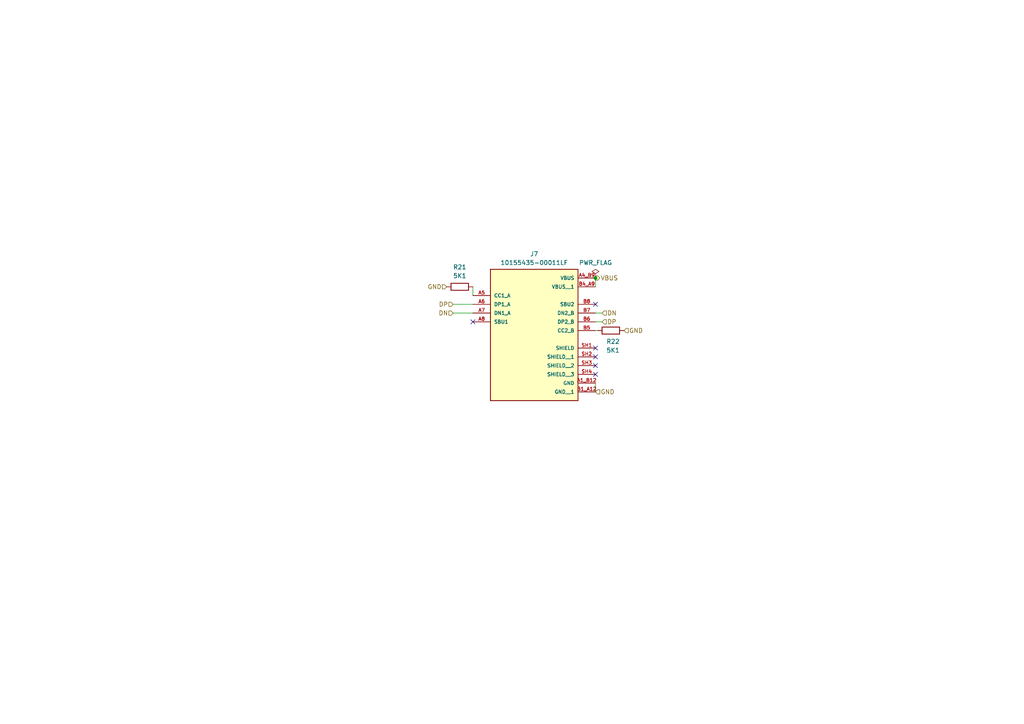
<source format=kicad_sch>
(kicad_sch (version 20231120) (generator "eeschema") (generator_version "8.0")
  (paper "A4")
  (lib_symbols
    (symbol "Device:R" (pin_numbers hide) (pin_names (offset 0))
      (property "Reference" "R" (at 2.032 0 90))
      (property "Value" "R" (at 0 0 90))
      (symbol "R_0_1"
        (rectangle (start -1.016 -2.54) (end 1.016 2.54) (stroke (width 0.254)))
      )
      (symbol "R_1_1"
        (pin passive line (at 0 3.81 270) (length 1.27) (name "~") (number "1"))
        (pin passive line (at 0 -3.81 90) (length 1.27) (name "~") (number "2"))
      )
    )
    (symbol "Project:10155435-00011LF" (pin_names (offset 1.016))
      (property "Reference" "J" (at -12.7 13.462 0))
      (property "Value" "10155435-00011LF" (at -12.7 -26.162 0))
      (symbol "10155435-00011LF_0_0"
        (rectangle (start -12.7 -25.4) (end 12.7 12.7) (stroke (width 0.254)) (fill (type background)))
        (pin power_in line (at 17.78 -20.32 180) (length 5.08) (name "GND") (number "A1_B12"))
        (pin power_in line (at 17.78 10.16 180) (length 5.08) (name "VBUS") (number "A4_B9"))
        (pin bidirectional line (at -17.78 5.08 0) (length 5.08) (name "CC1_A") (number "A5"))
        (pin bidirectional line (at -17.78 2.54 0) (length 5.08) (name "DP1_A") (number "A6"))
        (pin bidirectional line (at -17.78 0 0) (length 5.08) (name "DN1_A") (number "A7"))
        (pin bidirectional line (at -17.78 -2.54 0) (length 5.08) (name "SBU1") (number "A8"))
        (pin power_in line (at 17.78 -22.86 180) (length 5.08) (name "GND__1") (number "B1_A12"))
        (pin power_in line (at 17.78 7.62 180) (length 5.08) (name "VBUS__1") (number "B4_A9"))
        (pin bidirectional line (at 17.78 -5.08 180) (length 5.08) (name "CC2_B") (number "B5"))
        (pin bidirectional line (at 17.78 -2.54 180) (length 5.08) (name "DP2_B") (number "B6"))
        (pin bidirectional line (at 17.78 0 180) (length 5.08) (name "DN2_B") (number "B7"))
        (pin bidirectional line (at 17.78 2.54 180) (length 5.08) (name "SBU2") (number "B8"))
        (pin passive line (at 17.78 -10.16 180) (length 5.08) (name "SHIELD") (number "SH1"))
        (pin passive line (at 17.78 -12.7 180) (length 5.08) (name "SHIELD__1") (number "SH2"))
        (pin passive line (at 17.78 -15.24 180) (length 5.08) (name "SHIELD__2") (number "SH3"))
        (pin passive line (at 17.78 -17.78 180) (length 5.08) (name "SHIELD__3") (number "SH4"))
      )
    )
    (symbol "power:PWR_FLAG" (power) (pin_numbers hide) (pin_names (offset 0) hide)
      (property "Value" "PWR_FLAG" (at 0 3.81 0))
      (symbol "PWR_FLAG_0_0"
        (pin power_out line (at 0 0 90) (length 0) (name "~") (number "1"))
      )
      (symbol "PWR_FLAG_0_1"
        (polyline (pts (xy 0 0) (xy 0 1.27) (xy -1.016 1.905) (xy 0 2.54) (xy 1.016 1.905) (xy 0 1.27)))
      )
    )
  )
  (junction (at 172.72 80.645))
  (no_connect (at 172.72 108.585))
  (no_connect (at 137.16 93.345))
  (no_connect (at 172.72 103.505))
  (no_connect (at 172.72 88.265))
  (no_connect (at 172.72 106.045))
  (no_connect (at 172.72 100.965))
  (wire (pts (xy 131.445 88.265) (xy 137.16 88.265)))
  (wire (pts (xy 172.72 80.645) (xy 172.72 83.185)))
  (wire (pts (xy 173.355 95.885) (xy 172.72 95.885)))
  (wire (pts (xy 174.625 93.345) (xy 172.72 93.345)))
  (wire (pts (xy 131.445 90.805) (xy 137.16 90.805)))
  (wire (pts (xy 174.625 90.805) (xy 172.72 90.805)))
  (wire (pts (xy 172.72 111.125) (xy 172.72 113.665)))
  (wire (pts (xy 137.16 83.185) (xy 137.16 85.725)))
  (hierarchical_label "VBUS" (shape output) (at 172.72 80.645 0))
  (hierarchical_label "GND" (shape input) (at 180.975 95.885 0))
  (hierarchical_label "DN" (shape input) (at 131.445 90.805 180))
  (hierarchical_label "GND" (shape input) (at 172.72 113.665 0))
  (hierarchical_label "DN" (shape input) (at 174.625 90.805 0))
  (hierarchical_label "DP" (shape input) (at 131.445 88.265 180))
  (hierarchical_label "DP" (shape input) (at 174.625 93.345 0))
  (hierarchical_label "GND" (shape input) (at 129.54 83.185 180))
  (symbol (lib_id "Device:R") (at 177.165 95.885 270) (unit 1)
    (property "Reference" "R22" (at 177.8 99.06 90))
    (property "Value" "5K1" (at 177.8 101.6 90))
    (property "Footprint" "Resistor_SMD:R_0603_1608Metric_Pad0.98x0.95mm_HandSolder" (effects (hide yes)))
    (property "Datasheet" "https://www.yageo.com/upload/media/product/products/datasheet/rchip/PYu-RC_Group_51_RoHS_L_12.pdf" (effects (hide yes)))
    (property "Description" "Resistor" (effects (hide yes)))
    (property "Manufacturer" "YAGEO" (effects (hide yes)))
    (property "Part Number" "RC0603FR-075K1L" (effects (hide yes)))
    (property "Tolerance" "1" (effects (hide yes)))
    (instances (project "aux_board" (path "" (reference "R22") (unit 1)) (path "" (reference "R14") (unit 1)) (path "" (reference "R20") (unit 1))))
  )
  (symbol (lib_id "Device:R") (at 133.35 83.185 90) (mirror x) (unit 1)
    (property "Reference" "R21" (at 133.35 77.47 90))
    (property "Value" "5K1" (at 133.35 80.01 90))
    (property "Footprint" "Resistor_SMD:R_0603_1608Metric_Pad0.98x0.95mm_HandSolder" (effects (hide yes)))
    (property "Datasheet" "https://www.yageo.com/upload/media/product/products/datasheet/rchip/PYu-RC_Group_51_RoHS_L_12.pdf" (effects (hide yes)))
    (property "Description" "Resistor" (effects (hide yes)))
    (property "Manufacturer" "YAGEO" (effects (hide yes)))
    (property "Part Number" "RC0603FR-075K1L" (effects (hide yes)))
    (property "Tolerance" "1" (effects (hide yes)))
    (instances (project "aux_board" (path "" (reference "R21") (unit 1)) (path "" (reference "R13") (unit 1)) (path "" (reference "R19") (unit 1))))
  )
  (symbol (lib_id "power:PWR_FLAG") (at 172.72 80.645 0) (unit 1)
    (property "Reference" "#FLG06" (effects (hide yes)))
    (property "Value" "PWR_FLAG" (at 172.72 76.2 0))
    (property "Description" "Special symbol for telling ERC where power comes from" (effects (hide yes)))
    (instances (project "" (path "" (reference "#FLG06") (unit 1)) (path "" (reference "#FLG04") (unit 1)) (path "" (reference "#FLG05") (unit 1))))
  )
  (symbol (lib_id "Project:10155435-00011LF") (at 154.94 90.805 0) (unit 1)
    (property "Reference" "J7" (at 154.94 73.66 0))
    (property "Value" "10155435-00011LF" (at 154.94 76.2 0))
    (property "Footprint" "Project:AMPHENOL_10155435-00011LF" (effects (hide yes)))
    (property "Datasheet" "https://cdn.amphenol-cs.com/media/wysiwyg/files/documentation/datasheet/inputoutput/io_usb_type_c_connector_cable.pdf" (effects (hide yes)))
    (property "Manufacturer" "Amphenol" (effects (hide yes)))
    (property "Part Number" " 10155435-00011LF" (effects (hide yes)))
    (instances (project "aux_board" (path "" (reference "J7") (unit 1)) (path "" (reference "J5") (unit 1)) (path "" (reference "J6") (unit 1))))
  )
)
</source>
